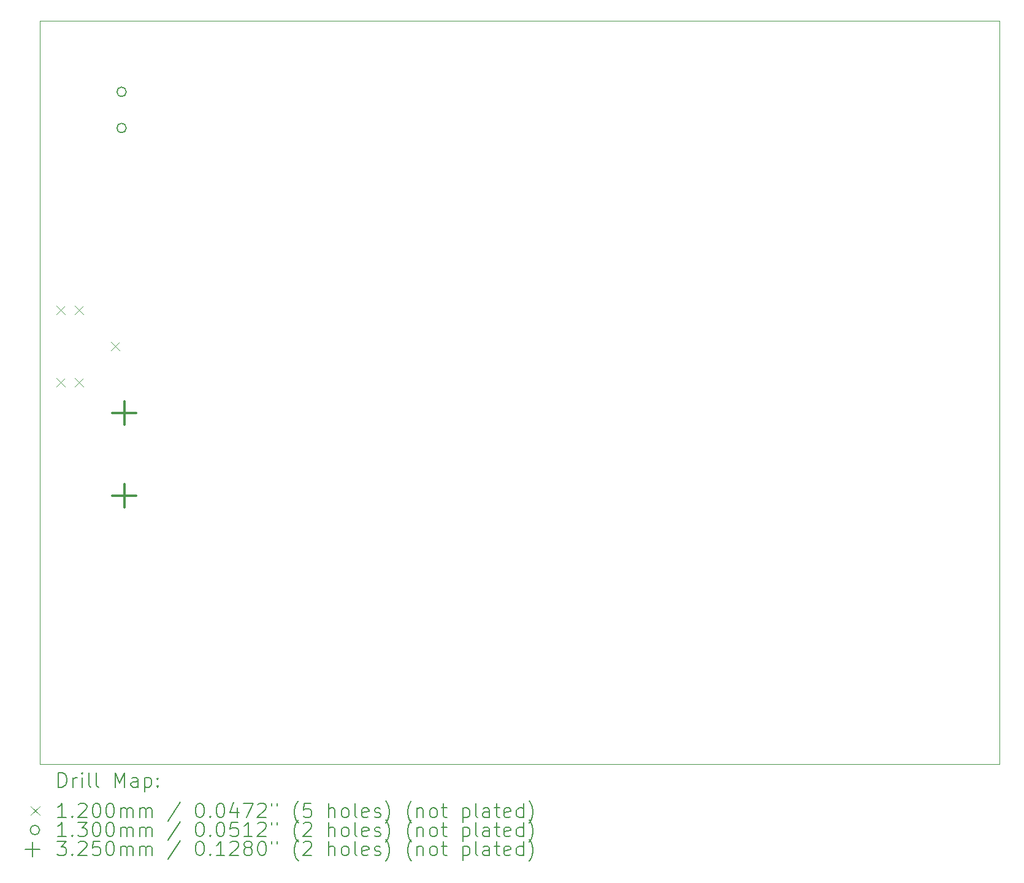
<source format=gbr>
%TF.GenerationSoftware,KiCad,Pcbnew,8.0.8*%
%TF.CreationDate,2025-12-16T16:03:19-05:00*%
%TF.ProjectId,FPGA-BOARD,46504741-2d42-44f4-9152-442e6b696361,rev?*%
%TF.SameCoordinates,Original*%
%TF.FileFunction,Drillmap*%
%TF.FilePolarity,Positive*%
%FSLAX45Y45*%
G04 Gerber Fmt 4.5, Leading zero omitted, Abs format (unit mm)*
G04 Created by KiCad (PCBNEW 8.0.8) date 2025-12-16 16:03:19*
%MOMM*%
%LPD*%
G01*
G04 APERTURE LIST*
%ADD10C,0.050000*%
%ADD11C,0.200000*%
%ADD12C,0.120000*%
%ADD13C,0.130000*%
%ADD14C,0.325000*%
G04 APERTURE END LIST*
D10*
X7260000Y-4735000D02*
X20515000Y-4735000D01*
X20515000Y-15005000D01*
X7260000Y-15005000D01*
X7260000Y-4735000D01*
D11*
D12*
X7490000Y-8665000D02*
X7610000Y-8785000D01*
X7610000Y-8665000D02*
X7490000Y-8785000D01*
X7490000Y-9665000D02*
X7610000Y-9785000D01*
X7610000Y-9665000D02*
X7490000Y-9785000D01*
X7740000Y-8665000D02*
X7860000Y-8785000D01*
X7860000Y-8665000D02*
X7740000Y-8785000D01*
X7740000Y-9665000D02*
X7860000Y-9785000D01*
X7860000Y-9665000D02*
X7740000Y-9785000D01*
X8240000Y-9165000D02*
X8360000Y-9285000D01*
X8360000Y-9165000D02*
X8240000Y-9285000D01*
D13*
X8454000Y-5712000D02*
G75*
G02*
X8324000Y-5712000I-65000J0D01*
G01*
X8324000Y-5712000D02*
G75*
G02*
X8454000Y-5712000I65000J0D01*
G01*
X8454000Y-6212000D02*
G75*
G02*
X8324000Y-6212000I-65000J0D01*
G01*
X8324000Y-6212000D02*
G75*
G02*
X8454000Y-6212000I65000J0D01*
G01*
D14*
X8426000Y-9985000D02*
X8426000Y-10310000D01*
X8263500Y-10147500D02*
X8588500Y-10147500D01*
X8426000Y-11128000D02*
X8426000Y-11453000D01*
X8263500Y-11290500D02*
X8588500Y-11290500D01*
D11*
X7518277Y-15318984D02*
X7518277Y-15118984D01*
X7518277Y-15118984D02*
X7565896Y-15118984D01*
X7565896Y-15118984D02*
X7594467Y-15128508D01*
X7594467Y-15128508D02*
X7613515Y-15147555D01*
X7613515Y-15147555D02*
X7623039Y-15166603D01*
X7623039Y-15166603D02*
X7632562Y-15204698D01*
X7632562Y-15204698D02*
X7632562Y-15233269D01*
X7632562Y-15233269D02*
X7623039Y-15271365D01*
X7623039Y-15271365D02*
X7613515Y-15290412D01*
X7613515Y-15290412D02*
X7594467Y-15309460D01*
X7594467Y-15309460D02*
X7565896Y-15318984D01*
X7565896Y-15318984D02*
X7518277Y-15318984D01*
X7718277Y-15318984D02*
X7718277Y-15185650D01*
X7718277Y-15223746D02*
X7727801Y-15204698D01*
X7727801Y-15204698D02*
X7737324Y-15195174D01*
X7737324Y-15195174D02*
X7756372Y-15185650D01*
X7756372Y-15185650D02*
X7775420Y-15185650D01*
X7842086Y-15318984D02*
X7842086Y-15185650D01*
X7842086Y-15118984D02*
X7832562Y-15128508D01*
X7832562Y-15128508D02*
X7842086Y-15138031D01*
X7842086Y-15138031D02*
X7851610Y-15128508D01*
X7851610Y-15128508D02*
X7842086Y-15118984D01*
X7842086Y-15118984D02*
X7842086Y-15138031D01*
X7965896Y-15318984D02*
X7946848Y-15309460D01*
X7946848Y-15309460D02*
X7937324Y-15290412D01*
X7937324Y-15290412D02*
X7937324Y-15118984D01*
X8070658Y-15318984D02*
X8051610Y-15309460D01*
X8051610Y-15309460D02*
X8042086Y-15290412D01*
X8042086Y-15290412D02*
X8042086Y-15118984D01*
X8299229Y-15318984D02*
X8299229Y-15118984D01*
X8299229Y-15118984D02*
X8365896Y-15261841D01*
X8365896Y-15261841D02*
X8432563Y-15118984D01*
X8432563Y-15118984D02*
X8432563Y-15318984D01*
X8613515Y-15318984D02*
X8613515Y-15214222D01*
X8613515Y-15214222D02*
X8603991Y-15195174D01*
X8603991Y-15195174D02*
X8584944Y-15185650D01*
X8584944Y-15185650D02*
X8546848Y-15185650D01*
X8546848Y-15185650D02*
X8527801Y-15195174D01*
X8613515Y-15309460D02*
X8594467Y-15318984D01*
X8594467Y-15318984D02*
X8546848Y-15318984D01*
X8546848Y-15318984D02*
X8527801Y-15309460D01*
X8527801Y-15309460D02*
X8518277Y-15290412D01*
X8518277Y-15290412D02*
X8518277Y-15271365D01*
X8518277Y-15271365D02*
X8527801Y-15252317D01*
X8527801Y-15252317D02*
X8546848Y-15242793D01*
X8546848Y-15242793D02*
X8594467Y-15242793D01*
X8594467Y-15242793D02*
X8613515Y-15233269D01*
X8708753Y-15185650D02*
X8708753Y-15385650D01*
X8708753Y-15195174D02*
X8727801Y-15185650D01*
X8727801Y-15185650D02*
X8765896Y-15185650D01*
X8765896Y-15185650D02*
X8784944Y-15195174D01*
X8784944Y-15195174D02*
X8794467Y-15204698D01*
X8794467Y-15204698D02*
X8803991Y-15223746D01*
X8803991Y-15223746D02*
X8803991Y-15280888D01*
X8803991Y-15280888D02*
X8794467Y-15299936D01*
X8794467Y-15299936D02*
X8784944Y-15309460D01*
X8784944Y-15309460D02*
X8765896Y-15318984D01*
X8765896Y-15318984D02*
X8727801Y-15318984D01*
X8727801Y-15318984D02*
X8708753Y-15309460D01*
X8889705Y-15299936D02*
X8899229Y-15309460D01*
X8899229Y-15309460D02*
X8889705Y-15318984D01*
X8889705Y-15318984D02*
X8880182Y-15309460D01*
X8880182Y-15309460D02*
X8889705Y-15299936D01*
X8889705Y-15299936D02*
X8889705Y-15318984D01*
X8889705Y-15195174D02*
X8899229Y-15204698D01*
X8899229Y-15204698D02*
X8889705Y-15214222D01*
X8889705Y-15214222D02*
X8880182Y-15204698D01*
X8880182Y-15204698D02*
X8889705Y-15195174D01*
X8889705Y-15195174D02*
X8889705Y-15214222D01*
D12*
X7137500Y-15587500D02*
X7257500Y-15707500D01*
X7257500Y-15587500D02*
X7137500Y-15707500D01*
D11*
X7623039Y-15738984D02*
X7508753Y-15738984D01*
X7565896Y-15738984D02*
X7565896Y-15538984D01*
X7565896Y-15538984D02*
X7546848Y-15567555D01*
X7546848Y-15567555D02*
X7527801Y-15586603D01*
X7527801Y-15586603D02*
X7508753Y-15596127D01*
X7708753Y-15719936D02*
X7718277Y-15729460D01*
X7718277Y-15729460D02*
X7708753Y-15738984D01*
X7708753Y-15738984D02*
X7699229Y-15729460D01*
X7699229Y-15729460D02*
X7708753Y-15719936D01*
X7708753Y-15719936D02*
X7708753Y-15738984D01*
X7794467Y-15558031D02*
X7803991Y-15548508D01*
X7803991Y-15548508D02*
X7823039Y-15538984D01*
X7823039Y-15538984D02*
X7870658Y-15538984D01*
X7870658Y-15538984D02*
X7889705Y-15548508D01*
X7889705Y-15548508D02*
X7899229Y-15558031D01*
X7899229Y-15558031D02*
X7908753Y-15577079D01*
X7908753Y-15577079D02*
X7908753Y-15596127D01*
X7908753Y-15596127D02*
X7899229Y-15624698D01*
X7899229Y-15624698D02*
X7784943Y-15738984D01*
X7784943Y-15738984D02*
X7908753Y-15738984D01*
X8032562Y-15538984D02*
X8051610Y-15538984D01*
X8051610Y-15538984D02*
X8070658Y-15548508D01*
X8070658Y-15548508D02*
X8080182Y-15558031D01*
X8080182Y-15558031D02*
X8089705Y-15577079D01*
X8089705Y-15577079D02*
X8099229Y-15615174D01*
X8099229Y-15615174D02*
X8099229Y-15662793D01*
X8099229Y-15662793D02*
X8089705Y-15700888D01*
X8089705Y-15700888D02*
X8080182Y-15719936D01*
X8080182Y-15719936D02*
X8070658Y-15729460D01*
X8070658Y-15729460D02*
X8051610Y-15738984D01*
X8051610Y-15738984D02*
X8032562Y-15738984D01*
X8032562Y-15738984D02*
X8013515Y-15729460D01*
X8013515Y-15729460D02*
X8003991Y-15719936D01*
X8003991Y-15719936D02*
X7994467Y-15700888D01*
X7994467Y-15700888D02*
X7984943Y-15662793D01*
X7984943Y-15662793D02*
X7984943Y-15615174D01*
X7984943Y-15615174D02*
X7994467Y-15577079D01*
X7994467Y-15577079D02*
X8003991Y-15558031D01*
X8003991Y-15558031D02*
X8013515Y-15548508D01*
X8013515Y-15548508D02*
X8032562Y-15538984D01*
X8223039Y-15538984D02*
X8242086Y-15538984D01*
X8242086Y-15538984D02*
X8261134Y-15548508D01*
X8261134Y-15548508D02*
X8270658Y-15558031D01*
X8270658Y-15558031D02*
X8280182Y-15577079D01*
X8280182Y-15577079D02*
X8289705Y-15615174D01*
X8289705Y-15615174D02*
X8289705Y-15662793D01*
X8289705Y-15662793D02*
X8280182Y-15700888D01*
X8280182Y-15700888D02*
X8270658Y-15719936D01*
X8270658Y-15719936D02*
X8261134Y-15729460D01*
X8261134Y-15729460D02*
X8242086Y-15738984D01*
X8242086Y-15738984D02*
X8223039Y-15738984D01*
X8223039Y-15738984D02*
X8203991Y-15729460D01*
X8203991Y-15729460D02*
X8194467Y-15719936D01*
X8194467Y-15719936D02*
X8184943Y-15700888D01*
X8184943Y-15700888D02*
X8175420Y-15662793D01*
X8175420Y-15662793D02*
X8175420Y-15615174D01*
X8175420Y-15615174D02*
X8184943Y-15577079D01*
X8184943Y-15577079D02*
X8194467Y-15558031D01*
X8194467Y-15558031D02*
X8203991Y-15548508D01*
X8203991Y-15548508D02*
X8223039Y-15538984D01*
X8375420Y-15738984D02*
X8375420Y-15605650D01*
X8375420Y-15624698D02*
X8384943Y-15615174D01*
X8384943Y-15615174D02*
X8403991Y-15605650D01*
X8403991Y-15605650D02*
X8432563Y-15605650D01*
X8432563Y-15605650D02*
X8451610Y-15615174D01*
X8451610Y-15615174D02*
X8461134Y-15634222D01*
X8461134Y-15634222D02*
X8461134Y-15738984D01*
X8461134Y-15634222D02*
X8470658Y-15615174D01*
X8470658Y-15615174D02*
X8489705Y-15605650D01*
X8489705Y-15605650D02*
X8518277Y-15605650D01*
X8518277Y-15605650D02*
X8537325Y-15615174D01*
X8537325Y-15615174D02*
X8546848Y-15634222D01*
X8546848Y-15634222D02*
X8546848Y-15738984D01*
X8642086Y-15738984D02*
X8642086Y-15605650D01*
X8642086Y-15624698D02*
X8651610Y-15615174D01*
X8651610Y-15615174D02*
X8670658Y-15605650D01*
X8670658Y-15605650D02*
X8699229Y-15605650D01*
X8699229Y-15605650D02*
X8718277Y-15615174D01*
X8718277Y-15615174D02*
X8727801Y-15634222D01*
X8727801Y-15634222D02*
X8727801Y-15738984D01*
X8727801Y-15634222D02*
X8737325Y-15615174D01*
X8737325Y-15615174D02*
X8756372Y-15605650D01*
X8756372Y-15605650D02*
X8784944Y-15605650D01*
X8784944Y-15605650D02*
X8803991Y-15615174D01*
X8803991Y-15615174D02*
X8813515Y-15634222D01*
X8813515Y-15634222D02*
X8813515Y-15738984D01*
X9203991Y-15529460D02*
X9032563Y-15786603D01*
X9461134Y-15538984D02*
X9480182Y-15538984D01*
X9480182Y-15538984D02*
X9499229Y-15548508D01*
X9499229Y-15548508D02*
X9508753Y-15558031D01*
X9508753Y-15558031D02*
X9518277Y-15577079D01*
X9518277Y-15577079D02*
X9527801Y-15615174D01*
X9527801Y-15615174D02*
X9527801Y-15662793D01*
X9527801Y-15662793D02*
X9518277Y-15700888D01*
X9518277Y-15700888D02*
X9508753Y-15719936D01*
X9508753Y-15719936D02*
X9499229Y-15729460D01*
X9499229Y-15729460D02*
X9480182Y-15738984D01*
X9480182Y-15738984D02*
X9461134Y-15738984D01*
X9461134Y-15738984D02*
X9442087Y-15729460D01*
X9442087Y-15729460D02*
X9432563Y-15719936D01*
X9432563Y-15719936D02*
X9423039Y-15700888D01*
X9423039Y-15700888D02*
X9413515Y-15662793D01*
X9413515Y-15662793D02*
X9413515Y-15615174D01*
X9413515Y-15615174D02*
X9423039Y-15577079D01*
X9423039Y-15577079D02*
X9432563Y-15558031D01*
X9432563Y-15558031D02*
X9442087Y-15548508D01*
X9442087Y-15548508D02*
X9461134Y-15538984D01*
X9613515Y-15719936D02*
X9623039Y-15729460D01*
X9623039Y-15729460D02*
X9613515Y-15738984D01*
X9613515Y-15738984D02*
X9603991Y-15729460D01*
X9603991Y-15729460D02*
X9613515Y-15719936D01*
X9613515Y-15719936D02*
X9613515Y-15738984D01*
X9746848Y-15538984D02*
X9765896Y-15538984D01*
X9765896Y-15538984D02*
X9784944Y-15548508D01*
X9784944Y-15548508D02*
X9794468Y-15558031D01*
X9794468Y-15558031D02*
X9803991Y-15577079D01*
X9803991Y-15577079D02*
X9813515Y-15615174D01*
X9813515Y-15615174D02*
X9813515Y-15662793D01*
X9813515Y-15662793D02*
X9803991Y-15700888D01*
X9803991Y-15700888D02*
X9794468Y-15719936D01*
X9794468Y-15719936D02*
X9784944Y-15729460D01*
X9784944Y-15729460D02*
X9765896Y-15738984D01*
X9765896Y-15738984D02*
X9746848Y-15738984D01*
X9746848Y-15738984D02*
X9727801Y-15729460D01*
X9727801Y-15729460D02*
X9718277Y-15719936D01*
X9718277Y-15719936D02*
X9708753Y-15700888D01*
X9708753Y-15700888D02*
X9699229Y-15662793D01*
X9699229Y-15662793D02*
X9699229Y-15615174D01*
X9699229Y-15615174D02*
X9708753Y-15577079D01*
X9708753Y-15577079D02*
X9718277Y-15558031D01*
X9718277Y-15558031D02*
X9727801Y-15548508D01*
X9727801Y-15548508D02*
X9746848Y-15538984D01*
X9984944Y-15605650D02*
X9984944Y-15738984D01*
X9937325Y-15529460D02*
X9889706Y-15672317D01*
X9889706Y-15672317D02*
X10013515Y-15672317D01*
X10070658Y-15538984D02*
X10203991Y-15538984D01*
X10203991Y-15538984D02*
X10118277Y-15738984D01*
X10270658Y-15558031D02*
X10280182Y-15548508D01*
X10280182Y-15548508D02*
X10299229Y-15538984D01*
X10299229Y-15538984D02*
X10346849Y-15538984D01*
X10346849Y-15538984D02*
X10365896Y-15548508D01*
X10365896Y-15548508D02*
X10375420Y-15558031D01*
X10375420Y-15558031D02*
X10384944Y-15577079D01*
X10384944Y-15577079D02*
X10384944Y-15596127D01*
X10384944Y-15596127D02*
X10375420Y-15624698D01*
X10375420Y-15624698D02*
X10261134Y-15738984D01*
X10261134Y-15738984D02*
X10384944Y-15738984D01*
X10461134Y-15538984D02*
X10461134Y-15577079D01*
X10537325Y-15538984D02*
X10537325Y-15577079D01*
X10832563Y-15815174D02*
X10823039Y-15805650D01*
X10823039Y-15805650D02*
X10803991Y-15777079D01*
X10803991Y-15777079D02*
X10794468Y-15758031D01*
X10794468Y-15758031D02*
X10784944Y-15729460D01*
X10784944Y-15729460D02*
X10775420Y-15681841D01*
X10775420Y-15681841D02*
X10775420Y-15643746D01*
X10775420Y-15643746D02*
X10784944Y-15596127D01*
X10784944Y-15596127D02*
X10794468Y-15567555D01*
X10794468Y-15567555D02*
X10803991Y-15548508D01*
X10803991Y-15548508D02*
X10823039Y-15519936D01*
X10823039Y-15519936D02*
X10832563Y-15510412D01*
X11003991Y-15538984D02*
X10908753Y-15538984D01*
X10908753Y-15538984D02*
X10899230Y-15634222D01*
X10899230Y-15634222D02*
X10908753Y-15624698D01*
X10908753Y-15624698D02*
X10927801Y-15615174D01*
X10927801Y-15615174D02*
X10975420Y-15615174D01*
X10975420Y-15615174D02*
X10994468Y-15624698D01*
X10994468Y-15624698D02*
X11003991Y-15634222D01*
X11003991Y-15634222D02*
X11013515Y-15653269D01*
X11013515Y-15653269D02*
X11013515Y-15700888D01*
X11013515Y-15700888D02*
X11003991Y-15719936D01*
X11003991Y-15719936D02*
X10994468Y-15729460D01*
X10994468Y-15729460D02*
X10975420Y-15738984D01*
X10975420Y-15738984D02*
X10927801Y-15738984D01*
X10927801Y-15738984D02*
X10908753Y-15729460D01*
X10908753Y-15729460D02*
X10899230Y-15719936D01*
X11251610Y-15738984D02*
X11251610Y-15538984D01*
X11337325Y-15738984D02*
X11337325Y-15634222D01*
X11337325Y-15634222D02*
X11327801Y-15615174D01*
X11327801Y-15615174D02*
X11308753Y-15605650D01*
X11308753Y-15605650D02*
X11280182Y-15605650D01*
X11280182Y-15605650D02*
X11261134Y-15615174D01*
X11261134Y-15615174D02*
X11251610Y-15624698D01*
X11461134Y-15738984D02*
X11442087Y-15729460D01*
X11442087Y-15729460D02*
X11432563Y-15719936D01*
X11432563Y-15719936D02*
X11423039Y-15700888D01*
X11423039Y-15700888D02*
X11423039Y-15643746D01*
X11423039Y-15643746D02*
X11432563Y-15624698D01*
X11432563Y-15624698D02*
X11442087Y-15615174D01*
X11442087Y-15615174D02*
X11461134Y-15605650D01*
X11461134Y-15605650D02*
X11489706Y-15605650D01*
X11489706Y-15605650D02*
X11508753Y-15615174D01*
X11508753Y-15615174D02*
X11518277Y-15624698D01*
X11518277Y-15624698D02*
X11527801Y-15643746D01*
X11527801Y-15643746D02*
X11527801Y-15700888D01*
X11527801Y-15700888D02*
X11518277Y-15719936D01*
X11518277Y-15719936D02*
X11508753Y-15729460D01*
X11508753Y-15729460D02*
X11489706Y-15738984D01*
X11489706Y-15738984D02*
X11461134Y-15738984D01*
X11642087Y-15738984D02*
X11623039Y-15729460D01*
X11623039Y-15729460D02*
X11613515Y-15710412D01*
X11613515Y-15710412D02*
X11613515Y-15538984D01*
X11794468Y-15729460D02*
X11775420Y-15738984D01*
X11775420Y-15738984D02*
X11737325Y-15738984D01*
X11737325Y-15738984D02*
X11718277Y-15729460D01*
X11718277Y-15729460D02*
X11708753Y-15710412D01*
X11708753Y-15710412D02*
X11708753Y-15634222D01*
X11708753Y-15634222D02*
X11718277Y-15615174D01*
X11718277Y-15615174D02*
X11737325Y-15605650D01*
X11737325Y-15605650D02*
X11775420Y-15605650D01*
X11775420Y-15605650D02*
X11794468Y-15615174D01*
X11794468Y-15615174D02*
X11803991Y-15634222D01*
X11803991Y-15634222D02*
X11803991Y-15653269D01*
X11803991Y-15653269D02*
X11708753Y-15672317D01*
X11880182Y-15729460D02*
X11899230Y-15738984D01*
X11899230Y-15738984D02*
X11937325Y-15738984D01*
X11937325Y-15738984D02*
X11956372Y-15729460D01*
X11956372Y-15729460D02*
X11965896Y-15710412D01*
X11965896Y-15710412D02*
X11965896Y-15700888D01*
X11965896Y-15700888D02*
X11956372Y-15681841D01*
X11956372Y-15681841D02*
X11937325Y-15672317D01*
X11937325Y-15672317D02*
X11908753Y-15672317D01*
X11908753Y-15672317D02*
X11889706Y-15662793D01*
X11889706Y-15662793D02*
X11880182Y-15643746D01*
X11880182Y-15643746D02*
X11880182Y-15634222D01*
X11880182Y-15634222D02*
X11889706Y-15615174D01*
X11889706Y-15615174D02*
X11908753Y-15605650D01*
X11908753Y-15605650D02*
X11937325Y-15605650D01*
X11937325Y-15605650D02*
X11956372Y-15615174D01*
X12032563Y-15815174D02*
X12042087Y-15805650D01*
X12042087Y-15805650D02*
X12061134Y-15777079D01*
X12061134Y-15777079D02*
X12070658Y-15758031D01*
X12070658Y-15758031D02*
X12080182Y-15729460D01*
X12080182Y-15729460D02*
X12089706Y-15681841D01*
X12089706Y-15681841D02*
X12089706Y-15643746D01*
X12089706Y-15643746D02*
X12080182Y-15596127D01*
X12080182Y-15596127D02*
X12070658Y-15567555D01*
X12070658Y-15567555D02*
X12061134Y-15548508D01*
X12061134Y-15548508D02*
X12042087Y-15519936D01*
X12042087Y-15519936D02*
X12032563Y-15510412D01*
X12394468Y-15815174D02*
X12384944Y-15805650D01*
X12384944Y-15805650D02*
X12365896Y-15777079D01*
X12365896Y-15777079D02*
X12356372Y-15758031D01*
X12356372Y-15758031D02*
X12346849Y-15729460D01*
X12346849Y-15729460D02*
X12337325Y-15681841D01*
X12337325Y-15681841D02*
X12337325Y-15643746D01*
X12337325Y-15643746D02*
X12346849Y-15596127D01*
X12346849Y-15596127D02*
X12356372Y-15567555D01*
X12356372Y-15567555D02*
X12365896Y-15548508D01*
X12365896Y-15548508D02*
X12384944Y-15519936D01*
X12384944Y-15519936D02*
X12394468Y-15510412D01*
X12470658Y-15605650D02*
X12470658Y-15738984D01*
X12470658Y-15624698D02*
X12480182Y-15615174D01*
X12480182Y-15615174D02*
X12499230Y-15605650D01*
X12499230Y-15605650D02*
X12527801Y-15605650D01*
X12527801Y-15605650D02*
X12546849Y-15615174D01*
X12546849Y-15615174D02*
X12556372Y-15634222D01*
X12556372Y-15634222D02*
X12556372Y-15738984D01*
X12680182Y-15738984D02*
X12661134Y-15729460D01*
X12661134Y-15729460D02*
X12651611Y-15719936D01*
X12651611Y-15719936D02*
X12642087Y-15700888D01*
X12642087Y-15700888D02*
X12642087Y-15643746D01*
X12642087Y-15643746D02*
X12651611Y-15624698D01*
X12651611Y-15624698D02*
X12661134Y-15615174D01*
X12661134Y-15615174D02*
X12680182Y-15605650D01*
X12680182Y-15605650D02*
X12708753Y-15605650D01*
X12708753Y-15605650D02*
X12727801Y-15615174D01*
X12727801Y-15615174D02*
X12737325Y-15624698D01*
X12737325Y-15624698D02*
X12746849Y-15643746D01*
X12746849Y-15643746D02*
X12746849Y-15700888D01*
X12746849Y-15700888D02*
X12737325Y-15719936D01*
X12737325Y-15719936D02*
X12727801Y-15729460D01*
X12727801Y-15729460D02*
X12708753Y-15738984D01*
X12708753Y-15738984D02*
X12680182Y-15738984D01*
X12803992Y-15605650D02*
X12880182Y-15605650D01*
X12832563Y-15538984D02*
X12832563Y-15710412D01*
X12832563Y-15710412D02*
X12842087Y-15729460D01*
X12842087Y-15729460D02*
X12861134Y-15738984D01*
X12861134Y-15738984D02*
X12880182Y-15738984D01*
X13099230Y-15605650D02*
X13099230Y-15805650D01*
X13099230Y-15615174D02*
X13118277Y-15605650D01*
X13118277Y-15605650D02*
X13156373Y-15605650D01*
X13156373Y-15605650D02*
X13175420Y-15615174D01*
X13175420Y-15615174D02*
X13184944Y-15624698D01*
X13184944Y-15624698D02*
X13194468Y-15643746D01*
X13194468Y-15643746D02*
X13194468Y-15700888D01*
X13194468Y-15700888D02*
X13184944Y-15719936D01*
X13184944Y-15719936D02*
X13175420Y-15729460D01*
X13175420Y-15729460D02*
X13156373Y-15738984D01*
X13156373Y-15738984D02*
X13118277Y-15738984D01*
X13118277Y-15738984D02*
X13099230Y-15729460D01*
X13308753Y-15738984D02*
X13289706Y-15729460D01*
X13289706Y-15729460D02*
X13280182Y-15710412D01*
X13280182Y-15710412D02*
X13280182Y-15538984D01*
X13470658Y-15738984D02*
X13470658Y-15634222D01*
X13470658Y-15634222D02*
X13461134Y-15615174D01*
X13461134Y-15615174D02*
X13442087Y-15605650D01*
X13442087Y-15605650D02*
X13403992Y-15605650D01*
X13403992Y-15605650D02*
X13384944Y-15615174D01*
X13470658Y-15729460D02*
X13451611Y-15738984D01*
X13451611Y-15738984D02*
X13403992Y-15738984D01*
X13403992Y-15738984D02*
X13384944Y-15729460D01*
X13384944Y-15729460D02*
X13375420Y-15710412D01*
X13375420Y-15710412D02*
X13375420Y-15691365D01*
X13375420Y-15691365D02*
X13384944Y-15672317D01*
X13384944Y-15672317D02*
X13403992Y-15662793D01*
X13403992Y-15662793D02*
X13451611Y-15662793D01*
X13451611Y-15662793D02*
X13470658Y-15653269D01*
X13537325Y-15605650D02*
X13613515Y-15605650D01*
X13565896Y-15538984D02*
X13565896Y-15710412D01*
X13565896Y-15710412D02*
X13575420Y-15729460D01*
X13575420Y-15729460D02*
X13594468Y-15738984D01*
X13594468Y-15738984D02*
X13613515Y-15738984D01*
X13756373Y-15729460D02*
X13737325Y-15738984D01*
X13737325Y-15738984D02*
X13699230Y-15738984D01*
X13699230Y-15738984D02*
X13680182Y-15729460D01*
X13680182Y-15729460D02*
X13670658Y-15710412D01*
X13670658Y-15710412D02*
X13670658Y-15634222D01*
X13670658Y-15634222D02*
X13680182Y-15615174D01*
X13680182Y-15615174D02*
X13699230Y-15605650D01*
X13699230Y-15605650D02*
X13737325Y-15605650D01*
X13737325Y-15605650D02*
X13756373Y-15615174D01*
X13756373Y-15615174D02*
X13765896Y-15634222D01*
X13765896Y-15634222D02*
X13765896Y-15653269D01*
X13765896Y-15653269D02*
X13670658Y-15672317D01*
X13937325Y-15738984D02*
X13937325Y-15538984D01*
X13937325Y-15729460D02*
X13918277Y-15738984D01*
X13918277Y-15738984D02*
X13880182Y-15738984D01*
X13880182Y-15738984D02*
X13861134Y-15729460D01*
X13861134Y-15729460D02*
X13851611Y-15719936D01*
X13851611Y-15719936D02*
X13842087Y-15700888D01*
X13842087Y-15700888D02*
X13842087Y-15643746D01*
X13842087Y-15643746D02*
X13851611Y-15624698D01*
X13851611Y-15624698D02*
X13861134Y-15615174D01*
X13861134Y-15615174D02*
X13880182Y-15605650D01*
X13880182Y-15605650D02*
X13918277Y-15605650D01*
X13918277Y-15605650D02*
X13937325Y-15615174D01*
X14013515Y-15815174D02*
X14023039Y-15805650D01*
X14023039Y-15805650D02*
X14042087Y-15777079D01*
X14042087Y-15777079D02*
X14051611Y-15758031D01*
X14051611Y-15758031D02*
X14061134Y-15729460D01*
X14061134Y-15729460D02*
X14070658Y-15681841D01*
X14070658Y-15681841D02*
X14070658Y-15643746D01*
X14070658Y-15643746D02*
X14061134Y-15596127D01*
X14061134Y-15596127D02*
X14051611Y-15567555D01*
X14051611Y-15567555D02*
X14042087Y-15548508D01*
X14042087Y-15548508D02*
X14023039Y-15519936D01*
X14023039Y-15519936D02*
X14013515Y-15510412D01*
D13*
X7257500Y-15911500D02*
G75*
G02*
X7127500Y-15911500I-65000J0D01*
G01*
X7127500Y-15911500D02*
G75*
G02*
X7257500Y-15911500I65000J0D01*
G01*
D11*
X7623039Y-16002984D02*
X7508753Y-16002984D01*
X7565896Y-16002984D02*
X7565896Y-15802984D01*
X7565896Y-15802984D02*
X7546848Y-15831555D01*
X7546848Y-15831555D02*
X7527801Y-15850603D01*
X7527801Y-15850603D02*
X7508753Y-15860127D01*
X7708753Y-15983936D02*
X7718277Y-15993460D01*
X7718277Y-15993460D02*
X7708753Y-16002984D01*
X7708753Y-16002984D02*
X7699229Y-15993460D01*
X7699229Y-15993460D02*
X7708753Y-15983936D01*
X7708753Y-15983936D02*
X7708753Y-16002984D01*
X7784943Y-15802984D02*
X7908753Y-15802984D01*
X7908753Y-15802984D02*
X7842086Y-15879174D01*
X7842086Y-15879174D02*
X7870658Y-15879174D01*
X7870658Y-15879174D02*
X7889705Y-15888698D01*
X7889705Y-15888698D02*
X7899229Y-15898222D01*
X7899229Y-15898222D02*
X7908753Y-15917269D01*
X7908753Y-15917269D02*
X7908753Y-15964888D01*
X7908753Y-15964888D02*
X7899229Y-15983936D01*
X7899229Y-15983936D02*
X7889705Y-15993460D01*
X7889705Y-15993460D02*
X7870658Y-16002984D01*
X7870658Y-16002984D02*
X7813515Y-16002984D01*
X7813515Y-16002984D02*
X7794467Y-15993460D01*
X7794467Y-15993460D02*
X7784943Y-15983936D01*
X8032562Y-15802984D02*
X8051610Y-15802984D01*
X8051610Y-15802984D02*
X8070658Y-15812508D01*
X8070658Y-15812508D02*
X8080182Y-15822031D01*
X8080182Y-15822031D02*
X8089705Y-15841079D01*
X8089705Y-15841079D02*
X8099229Y-15879174D01*
X8099229Y-15879174D02*
X8099229Y-15926793D01*
X8099229Y-15926793D02*
X8089705Y-15964888D01*
X8089705Y-15964888D02*
X8080182Y-15983936D01*
X8080182Y-15983936D02*
X8070658Y-15993460D01*
X8070658Y-15993460D02*
X8051610Y-16002984D01*
X8051610Y-16002984D02*
X8032562Y-16002984D01*
X8032562Y-16002984D02*
X8013515Y-15993460D01*
X8013515Y-15993460D02*
X8003991Y-15983936D01*
X8003991Y-15983936D02*
X7994467Y-15964888D01*
X7994467Y-15964888D02*
X7984943Y-15926793D01*
X7984943Y-15926793D02*
X7984943Y-15879174D01*
X7984943Y-15879174D02*
X7994467Y-15841079D01*
X7994467Y-15841079D02*
X8003991Y-15822031D01*
X8003991Y-15822031D02*
X8013515Y-15812508D01*
X8013515Y-15812508D02*
X8032562Y-15802984D01*
X8223039Y-15802984D02*
X8242086Y-15802984D01*
X8242086Y-15802984D02*
X8261134Y-15812508D01*
X8261134Y-15812508D02*
X8270658Y-15822031D01*
X8270658Y-15822031D02*
X8280182Y-15841079D01*
X8280182Y-15841079D02*
X8289705Y-15879174D01*
X8289705Y-15879174D02*
X8289705Y-15926793D01*
X8289705Y-15926793D02*
X8280182Y-15964888D01*
X8280182Y-15964888D02*
X8270658Y-15983936D01*
X8270658Y-15983936D02*
X8261134Y-15993460D01*
X8261134Y-15993460D02*
X8242086Y-16002984D01*
X8242086Y-16002984D02*
X8223039Y-16002984D01*
X8223039Y-16002984D02*
X8203991Y-15993460D01*
X8203991Y-15993460D02*
X8194467Y-15983936D01*
X8194467Y-15983936D02*
X8184943Y-15964888D01*
X8184943Y-15964888D02*
X8175420Y-15926793D01*
X8175420Y-15926793D02*
X8175420Y-15879174D01*
X8175420Y-15879174D02*
X8184943Y-15841079D01*
X8184943Y-15841079D02*
X8194467Y-15822031D01*
X8194467Y-15822031D02*
X8203991Y-15812508D01*
X8203991Y-15812508D02*
X8223039Y-15802984D01*
X8375420Y-16002984D02*
X8375420Y-15869650D01*
X8375420Y-15888698D02*
X8384943Y-15879174D01*
X8384943Y-15879174D02*
X8403991Y-15869650D01*
X8403991Y-15869650D02*
X8432563Y-15869650D01*
X8432563Y-15869650D02*
X8451610Y-15879174D01*
X8451610Y-15879174D02*
X8461134Y-15898222D01*
X8461134Y-15898222D02*
X8461134Y-16002984D01*
X8461134Y-15898222D02*
X8470658Y-15879174D01*
X8470658Y-15879174D02*
X8489705Y-15869650D01*
X8489705Y-15869650D02*
X8518277Y-15869650D01*
X8518277Y-15869650D02*
X8537325Y-15879174D01*
X8537325Y-15879174D02*
X8546848Y-15898222D01*
X8546848Y-15898222D02*
X8546848Y-16002984D01*
X8642086Y-16002984D02*
X8642086Y-15869650D01*
X8642086Y-15888698D02*
X8651610Y-15879174D01*
X8651610Y-15879174D02*
X8670658Y-15869650D01*
X8670658Y-15869650D02*
X8699229Y-15869650D01*
X8699229Y-15869650D02*
X8718277Y-15879174D01*
X8718277Y-15879174D02*
X8727801Y-15898222D01*
X8727801Y-15898222D02*
X8727801Y-16002984D01*
X8727801Y-15898222D02*
X8737325Y-15879174D01*
X8737325Y-15879174D02*
X8756372Y-15869650D01*
X8756372Y-15869650D02*
X8784944Y-15869650D01*
X8784944Y-15869650D02*
X8803991Y-15879174D01*
X8803991Y-15879174D02*
X8813515Y-15898222D01*
X8813515Y-15898222D02*
X8813515Y-16002984D01*
X9203991Y-15793460D02*
X9032563Y-16050603D01*
X9461134Y-15802984D02*
X9480182Y-15802984D01*
X9480182Y-15802984D02*
X9499229Y-15812508D01*
X9499229Y-15812508D02*
X9508753Y-15822031D01*
X9508753Y-15822031D02*
X9518277Y-15841079D01*
X9518277Y-15841079D02*
X9527801Y-15879174D01*
X9527801Y-15879174D02*
X9527801Y-15926793D01*
X9527801Y-15926793D02*
X9518277Y-15964888D01*
X9518277Y-15964888D02*
X9508753Y-15983936D01*
X9508753Y-15983936D02*
X9499229Y-15993460D01*
X9499229Y-15993460D02*
X9480182Y-16002984D01*
X9480182Y-16002984D02*
X9461134Y-16002984D01*
X9461134Y-16002984D02*
X9442087Y-15993460D01*
X9442087Y-15993460D02*
X9432563Y-15983936D01*
X9432563Y-15983936D02*
X9423039Y-15964888D01*
X9423039Y-15964888D02*
X9413515Y-15926793D01*
X9413515Y-15926793D02*
X9413515Y-15879174D01*
X9413515Y-15879174D02*
X9423039Y-15841079D01*
X9423039Y-15841079D02*
X9432563Y-15822031D01*
X9432563Y-15822031D02*
X9442087Y-15812508D01*
X9442087Y-15812508D02*
X9461134Y-15802984D01*
X9613515Y-15983936D02*
X9623039Y-15993460D01*
X9623039Y-15993460D02*
X9613515Y-16002984D01*
X9613515Y-16002984D02*
X9603991Y-15993460D01*
X9603991Y-15993460D02*
X9613515Y-15983936D01*
X9613515Y-15983936D02*
X9613515Y-16002984D01*
X9746848Y-15802984D02*
X9765896Y-15802984D01*
X9765896Y-15802984D02*
X9784944Y-15812508D01*
X9784944Y-15812508D02*
X9794468Y-15822031D01*
X9794468Y-15822031D02*
X9803991Y-15841079D01*
X9803991Y-15841079D02*
X9813515Y-15879174D01*
X9813515Y-15879174D02*
X9813515Y-15926793D01*
X9813515Y-15926793D02*
X9803991Y-15964888D01*
X9803991Y-15964888D02*
X9794468Y-15983936D01*
X9794468Y-15983936D02*
X9784944Y-15993460D01*
X9784944Y-15993460D02*
X9765896Y-16002984D01*
X9765896Y-16002984D02*
X9746848Y-16002984D01*
X9746848Y-16002984D02*
X9727801Y-15993460D01*
X9727801Y-15993460D02*
X9718277Y-15983936D01*
X9718277Y-15983936D02*
X9708753Y-15964888D01*
X9708753Y-15964888D02*
X9699229Y-15926793D01*
X9699229Y-15926793D02*
X9699229Y-15879174D01*
X9699229Y-15879174D02*
X9708753Y-15841079D01*
X9708753Y-15841079D02*
X9718277Y-15822031D01*
X9718277Y-15822031D02*
X9727801Y-15812508D01*
X9727801Y-15812508D02*
X9746848Y-15802984D01*
X9994468Y-15802984D02*
X9899229Y-15802984D01*
X9899229Y-15802984D02*
X9889706Y-15898222D01*
X9889706Y-15898222D02*
X9899229Y-15888698D01*
X9899229Y-15888698D02*
X9918277Y-15879174D01*
X9918277Y-15879174D02*
X9965896Y-15879174D01*
X9965896Y-15879174D02*
X9984944Y-15888698D01*
X9984944Y-15888698D02*
X9994468Y-15898222D01*
X9994468Y-15898222D02*
X10003991Y-15917269D01*
X10003991Y-15917269D02*
X10003991Y-15964888D01*
X10003991Y-15964888D02*
X9994468Y-15983936D01*
X9994468Y-15983936D02*
X9984944Y-15993460D01*
X9984944Y-15993460D02*
X9965896Y-16002984D01*
X9965896Y-16002984D02*
X9918277Y-16002984D01*
X9918277Y-16002984D02*
X9899229Y-15993460D01*
X9899229Y-15993460D02*
X9889706Y-15983936D01*
X10194468Y-16002984D02*
X10080182Y-16002984D01*
X10137325Y-16002984D02*
X10137325Y-15802984D01*
X10137325Y-15802984D02*
X10118277Y-15831555D01*
X10118277Y-15831555D02*
X10099229Y-15850603D01*
X10099229Y-15850603D02*
X10080182Y-15860127D01*
X10270658Y-15822031D02*
X10280182Y-15812508D01*
X10280182Y-15812508D02*
X10299229Y-15802984D01*
X10299229Y-15802984D02*
X10346849Y-15802984D01*
X10346849Y-15802984D02*
X10365896Y-15812508D01*
X10365896Y-15812508D02*
X10375420Y-15822031D01*
X10375420Y-15822031D02*
X10384944Y-15841079D01*
X10384944Y-15841079D02*
X10384944Y-15860127D01*
X10384944Y-15860127D02*
X10375420Y-15888698D01*
X10375420Y-15888698D02*
X10261134Y-16002984D01*
X10261134Y-16002984D02*
X10384944Y-16002984D01*
X10461134Y-15802984D02*
X10461134Y-15841079D01*
X10537325Y-15802984D02*
X10537325Y-15841079D01*
X10832563Y-16079174D02*
X10823039Y-16069650D01*
X10823039Y-16069650D02*
X10803991Y-16041079D01*
X10803991Y-16041079D02*
X10794468Y-16022031D01*
X10794468Y-16022031D02*
X10784944Y-15993460D01*
X10784944Y-15993460D02*
X10775420Y-15945841D01*
X10775420Y-15945841D02*
X10775420Y-15907746D01*
X10775420Y-15907746D02*
X10784944Y-15860127D01*
X10784944Y-15860127D02*
X10794468Y-15831555D01*
X10794468Y-15831555D02*
X10803991Y-15812508D01*
X10803991Y-15812508D02*
X10823039Y-15783936D01*
X10823039Y-15783936D02*
X10832563Y-15774412D01*
X10899230Y-15822031D02*
X10908753Y-15812508D01*
X10908753Y-15812508D02*
X10927801Y-15802984D01*
X10927801Y-15802984D02*
X10975420Y-15802984D01*
X10975420Y-15802984D02*
X10994468Y-15812508D01*
X10994468Y-15812508D02*
X11003991Y-15822031D01*
X11003991Y-15822031D02*
X11013515Y-15841079D01*
X11013515Y-15841079D02*
X11013515Y-15860127D01*
X11013515Y-15860127D02*
X11003991Y-15888698D01*
X11003991Y-15888698D02*
X10889706Y-16002984D01*
X10889706Y-16002984D02*
X11013515Y-16002984D01*
X11251610Y-16002984D02*
X11251610Y-15802984D01*
X11337325Y-16002984D02*
X11337325Y-15898222D01*
X11337325Y-15898222D02*
X11327801Y-15879174D01*
X11327801Y-15879174D02*
X11308753Y-15869650D01*
X11308753Y-15869650D02*
X11280182Y-15869650D01*
X11280182Y-15869650D02*
X11261134Y-15879174D01*
X11261134Y-15879174D02*
X11251610Y-15888698D01*
X11461134Y-16002984D02*
X11442087Y-15993460D01*
X11442087Y-15993460D02*
X11432563Y-15983936D01*
X11432563Y-15983936D02*
X11423039Y-15964888D01*
X11423039Y-15964888D02*
X11423039Y-15907746D01*
X11423039Y-15907746D02*
X11432563Y-15888698D01*
X11432563Y-15888698D02*
X11442087Y-15879174D01*
X11442087Y-15879174D02*
X11461134Y-15869650D01*
X11461134Y-15869650D02*
X11489706Y-15869650D01*
X11489706Y-15869650D02*
X11508753Y-15879174D01*
X11508753Y-15879174D02*
X11518277Y-15888698D01*
X11518277Y-15888698D02*
X11527801Y-15907746D01*
X11527801Y-15907746D02*
X11527801Y-15964888D01*
X11527801Y-15964888D02*
X11518277Y-15983936D01*
X11518277Y-15983936D02*
X11508753Y-15993460D01*
X11508753Y-15993460D02*
X11489706Y-16002984D01*
X11489706Y-16002984D02*
X11461134Y-16002984D01*
X11642087Y-16002984D02*
X11623039Y-15993460D01*
X11623039Y-15993460D02*
X11613515Y-15974412D01*
X11613515Y-15974412D02*
X11613515Y-15802984D01*
X11794468Y-15993460D02*
X11775420Y-16002984D01*
X11775420Y-16002984D02*
X11737325Y-16002984D01*
X11737325Y-16002984D02*
X11718277Y-15993460D01*
X11718277Y-15993460D02*
X11708753Y-15974412D01*
X11708753Y-15974412D02*
X11708753Y-15898222D01*
X11708753Y-15898222D02*
X11718277Y-15879174D01*
X11718277Y-15879174D02*
X11737325Y-15869650D01*
X11737325Y-15869650D02*
X11775420Y-15869650D01*
X11775420Y-15869650D02*
X11794468Y-15879174D01*
X11794468Y-15879174D02*
X11803991Y-15898222D01*
X11803991Y-15898222D02*
X11803991Y-15917269D01*
X11803991Y-15917269D02*
X11708753Y-15936317D01*
X11880182Y-15993460D02*
X11899230Y-16002984D01*
X11899230Y-16002984D02*
X11937325Y-16002984D01*
X11937325Y-16002984D02*
X11956372Y-15993460D01*
X11956372Y-15993460D02*
X11965896Y-15974412D01*
X11965896Y-15974412D02*
X11965896Y-15964888D01*
X11965896Y-15964888D02*
X11956372Y-15945841D01*
X11956372Y-15945841D02*
X11937325Y-15936317D01*
X11937325Y-15936317D02*
X11908753Y-15936317D01*
X11908753Y-15936317D02*
X11889706Y-15926793D01*
X11889706Y-15926793D02*
X11880182Y-15907746D01*
X11880182Y-15907746D02*
X11880182Y-15898222D01*
X11880182Y-15898222D02*
X11889706Y-15879174D01*
X11889706Y-15879174D02*
X11908753Y-15869650D01*
X11908753Y-15869650D02*
X11937325Y-15869650D01*
X11937325Y-15869650D02*
X11956372Y-15879174D01*
X12032563Y-16079174D02*
X12042087Y-16069650D01*
X12042087Y-16069650D02*
X12061134Y-16041079D01*
X12061134Y-16041079D02*
X12070658Y-16022031D01*
X12070658Y-16022031D02*
X12080182Y-15993460D01*
X12080182Y-15993460D02*
X12089706Y-15945841D01*
X12089706Y-15945841D02*
X12089706Y-15907746D01*
X12089706Y-15907746D02*
X12080182Y-15860127D01*
X12080182Y-15860127D02*
X12070658Y-15831555D01*
X12070658Y-15831555D02*
X12061134Y-15812508D01*
X12061134Y-15812508D02*
X12042087Y-15783936D01*
X12042087Y-15783936D02*
X12032563Y-15774412D01*
X12394468Y-16079174D02*
X12384944Y-16069650D01*
X12384944Y-16069650D02*
X12365896Y-16041079D01*
X12365896Y-16041079D02*
X12356372Y-16022031D01*
X12356372Y-16022031D02*
X12346849Y-15993460D01*
X12346849Y-15993460D02*
X12337325Y-15945841D01*
X12337325Y-15945841D02*
X12337325Y-15907746D01*
X12337325Y-15907746D02*
X12346849Y-15860127D01*
X12346849Y-15860127D02*
X12356372Y-15831555D01*
X12356372Y-15831555D02*
X12365896Y-15812508D01*
X12365896Y-15812508D02*
X12384944Y-15783936D01*
X12384944Y-15783936D02*
X12394468Y-15774412D01*
X12470658Y-15869650D02*
X12470658Y-16002984D01*
X12470658Y-15888698D02*
X12480182Y-15879174D01*
X12480182Y-15879174D02*
X12499230Y-15869650D01*
X12499230Y-15869650D02*
X12527801Y-15869650D01*
X12527801Y-15869650D02*
X12546849Y-15879174D01*
X12546849Y-15879174D02*
X12556372Y-15898222D01*
X12556372Y-15898222D02*
X12556372Y-16002984D01*
X12680182Y-16002984D02*
X12661134Y-15993460D01*
X12661134Y-15993460D02*
X12651611Y-15983936D01*
X12651611Y-15983936D02*
X12642087Y-15964888D01*
X12642087Y-15964888D02*
X12642087Y-15907746D01*
X12642087Y-15907746D02*
X12651611Y-15888698D01*
X12651611Y-15888698D02*
X12661134Y-15879174D01*
X12661134Y-15879174D02*
X12680182Y-15869650D01*
X12680182Y-15869650D02*
X12708753Y-15869650D01*
X12708753Y-15869650D02*
X12727801Y-15879174D01*
X12727801Y-15879174D02*
X12737325Y-15888698D01*
X12737325Y-15888698D02*
X12746849Y-15907746D01*
X12746849Y-15907746D02*
X12746849Y-15964888D01*
X12746849Y-15964888D02*
X12737325Y-15983936D01*
X12737325Y-15983936D02*
X12727801Y-15993460D01*
X12727801Y-15993460D02*
X12708753Y-16002984D01*
X12708753Y-16002984D02*
X12680182Y-16002984D01*
X12803992Y-15869650D02*
X12880182Y-15869650D01*
X12832563Y-15802984D02*
X12832563Y-15974412D01*
X12832563Y-15974412D02*
X12842087Y-15993460D01*
X12842087Y-15993460D02*
X12861134Y-16002984D01*
X12861134Y-16002984D02*
X12880182Y-16002984D01*
X13099230Y-15869650D02*
X13099230Y-16069650D01*
X13099230Y-15879174D02*
X13118277Y-15869650D01*
X13118277Y-15869650D02*
X13156373Y-15869650D01*
X13156373Y-15869650D02*
X13175420Y-15879174D01*
X13175420Y-15879174D02*
X13184944Y-15888698D01*
X13184944Y-15888698D02*
X13194468Y-15907746D01*
X13194468Y-15907746D02*
X13194468Y-15964888D01*
X13194468Y-15964888D02*
X13184944Y-15983936D01*
X13184944Y-15983936D02*
X13175420Y-15993460D01*
X13175420Y-15993460D02*
X13156373Y-16002984D01*
X13156373Y-16002984D02*
X13118277Y-16002984D01*
X13118277Y-16002984D02*
X13099230Y-15993460D01*
X13308753Y-16002984D02*
X13289706Y-15993460D01*
X13289706Y-15993460D02*
X13280182Y-15974412D01*
X13280182Y-15974412D02*
X13280182Y-15802984D01*
X13470658Y-16002984D02*
X13470658Y-15898222D01*
X13470658Y-15898222D02*
X13461134Y-15879174D01*
X13461134Y-15879174D02*
X13442087Y-15869650D01*
X13442087Y-15869650D02*
X13403992Y-15869650D01*
X13403992Y-15869650D02*
X13384944Y-15879174D01*
X13470658Y-15993460D02*
X13451611Y-16002984D01*
X13451611Y-16002984D02*
X13403992Y-16002984D01*
X13403992Y-16002984D02*
X13384944Y-15993460D01*
X13384944Y-15993460D02*
X13375420Y-15974412D01*
X13375420Y-15974412D02*
X13375420Y-15955365D01*
X13375420Y-15955365D02*
X13384944Y-15936317D01*
X13384944Y-15936317D02*
X13403992Y-15926793D01*
X13403992Y-15926793D02*
X13451611Y-15926793D01*
X13451611Y-15926793D02*
X13470658Y-15917269D01*
X13537325Y-15869650D02*
X13613515Y-15869650D01*
X13565896Y-15802984D02*
X13565896Y-15974412D01*
X13565896Y-15974412D02*
X13575420Y-15993460D01*
X13575420Y-15993460D02*
X13594468Y-16002984D01*
X13594468Y-16002984D02*
X13613515Y-16002984D01*
X13756373Y-15993460D02*
X13737325Y-16002984D01*
X13737325Y-16002984D02*
X13699230Y-16002984D01*
X13699230Y-16002984D02*
X13680182Y-15993460D01*
X13680182Y-15993460D02*
X13670658Y-15974412D01*
X13670658Y-15974412D02*
X13670658Y-15898222D01*
X13670658Y-15898222D02*
X13680182Y-15879174D01*
X13680182Y-15879174D02*
X13699230Y-15869650D01*
X13699230Y-15869650D02*
X13737325Y-15869650D01*
X13737325Y-15869650D02*
X13756373Y-15879174D01*
X13756373Y-15879174D02*
X13765896Y-15898222D01*
X13765896Y-15898222D02*
X13765896Y-15917269D01*
X13765896Y-15917269D02*
X13670658Y-15936317D01*
X13937325Y-16002984D02*
X13937325Y-15802984D01*
X13937325Y-15993460D02*
X13918277Y-16002984D01*
X13918277Y-16002984D02*
X13880182Y-16002984D01*
X13880182Y-16002984D02*
X13861134Y-15993460D01*
X13861134Y-15993460D02*
X13851611Y-15983936D01*
X13851611Y-15983936D02*
X13842087Y-15964888D01*
X13842087Y-15964888D02*
X13842087Y-15907746D01*
X13842087Y-15907746D02*
X13851611Y-15888698D01*
X13851611Y-15888698D02*
X13861134Y-15879174D01*
X13861134Y-15879174D02*
X13880182Y-15869650D01*
X13880182Y-15869650D02*
X13918277Y-15869650D01*
X13918277Y-15869650D02*
X13937325Y-15879174D01*
X14013515Y-16079174D02*
X14023039Y-16069650D01*
X14023039Y-16069650D02*
X14042087Y-16041079D01*
X14042087Y-16041079D02*
X14051611Y-16022031D01*
X14051611Y-16022031D02*
X14061134Y-15993460D01*
X14061134Y-15993460D02*
X14070658Y-15945841D01*
X14070658Y-15945841D02*
X14070658Y-15907746D01*
X14070658Y-15907746D02*
X14061134Y-15860127D01*
X14061134Y-15860127D02*
X14051611Y-15831555D01*
X14051611Y-15831555D02*
X14042087Y-15812508D01*
X14042087Y-15812508D02*
X14023039Y-15783936D01*
X14023039Y-15783936D02*
X14013515Y-15774412D01*
X7157500Y-16075500D02*
X7157500Y-16275500D01*
X7057500Y-16175500D02*
X7257500Y-16175500D01*
X7499229Y-16066984D02*
X7623039Y-16066984D01*
X7623039Y-16066984D02*
X7556372Y-16143174D01*
X7556372Y-16143174D02*
X7584943Y-16143174D01*
X7584943Y-16143174D02*
X7603991Y-16152698D01*
X7603991Y-16152698D02*
X7613515Y-16162222D01*
X7613515Y-16162222D02*
X7623039Y-16181269D01*
X7623039Y-16181269D02*
X7623039Y-16228888D01*
X7623039Y-16228888D02*
X7613515Y-16247936D01*
X7613515Y-16247936D02*
X7603991Y-16257460D01*
X7603991Y-16257460D02*
X7584943Y-16266984D01*
X7584943Y-16266984D02*
X7527801Y-16266984D01*
X7527801Y-16266984D02*
X7508753Y-16257460D01*
X7508753Y-16257460D02*
X7499229Y-16247936D01*
X7708753Y-16247936D02*
X7718277Y-16257460D01*
X7718277Y-16257460D02*
X7708753Y-16266984D01*
X7708753Y-16266984D02*
X7699229Y-16257460D01*
X7699229Y-16257460D02*
X7708753Y-16247936D01*
X7708753Y-16247936D02*
X7708753Y-16266984D01*
X7794467Y-16086031D02*
X7803991Y-16076508D01*
X7803991Y-16076508D02*
X7823039Y-16066984D01*
X7823039Y-16066984D02*
X7870658Y-16066984D01*
X7870658Y-16066984D02*
X7889705Y-16076508D01*
X7889705Y-16076508D02*
X7899229Y-16086031D01*
X7899229Y-16086031D02*
X7908753Y-16105079D01*
X7908753Y-16105079D02*
X7908753Y-16124127D01*
X7908753Y-16124127D02*
X7899229Y-16152698D01*
X7899229Y-16152698D02*
X7784943Y-16266984D01*
X7784943Y-16266984D02*
X7908753Y-16266984D01*
X8089705Y-16066984D02*
X7994467Y-16066984D01*
X7994467Y-16066984D02*
X7984943Y-16162222D01*
X7984943Y-16162222D02*
X7994467Y-16152698D01*
X7994467Y-16152698D02*
X8013515Y-16143174D01*
X8013515Y-16143174D02*
X8061134Y-16143174D01*
X8061134Y-16143174D02*
X8080182Y-16152698D01*
X8080182Y-16152698D02*
X8089705Y-16162222D01*
X8089705Y-16162222D02*
X8099229Y-16181269D01*
X8099229Y-16181269D02*
X8099229Y-16228888D01*
X8099229Y-16228888D02*
X8089705Y-16247936D01*
X8089705Y-16247936D02*
X8080182Y-16257460D01*
X8080182Y-16257460D02*
X8061134Y-16266984D01*
X8061134Y-16266984D02*
X8013515Y-16266984D01*
X8013515Y-16266984D02*
X7994467Y-16257460D01*
X7994467Y-16257460D02*
X7984943Y-16247936D01*
X8223039Y-16066984D02*
X8242086Y-16066984D01*
X8242086Y-16066984D02*
X8261134Y-16076508D01*
X8261134Y-16076508D02*
X8270658Y-16086031D01*
X8270658Y-16086031D02*
X8280182Y-16105079D01*
X8280182Y-16105079D02*
X8289705Y-16143174D01*
X8289705Y-16143174D02*
X8289705Y-16190793D01*
X8289705Y-16190793D02*
X8280182Y-16228888D01*
X8280182Y-16228888D02*
X8270658Y-16247936D01*
X8270658Y-16247936D02*
X8261134Y-16257460D01*
X8261134Y-16257460D02*
X8242086Y-16266984D01*
X8242086Y-16266984D02*
X8223039Y-16266984D01*
X8223039Y-16266984D02*
X8203991Y-16257460D01*
X8203991Y-16257460D02*
X8194467Y-16247936D01*
X8194467Y-16247936D02*
X8184943Y-16228888D01*
X8184943Y-16228888D02*
X8175420Y-16190793D01*
X8175420Y-16190793D02*
X8175420Y-16143174D01*
X8175420Y-16143174D02*
X8184943Y-16105079D01*
X8184943Y-16105079D02*
X8194467Y-16086031D01*
X8194467Y-16086031D02*
X8203991Y-16076508D01*
X8203991Y-16076508D02*
X8223039Y-16066984D01*
X8375420Y-16266984D02*
X8375420Y-16133650D01*
X8375420Y-16152698D02*
X8384943Y-16143174D01*
X8384943Y-16143174D02*
X8403991Y-16133650D01*
X8403991Y-16133650D02*
X8432563Y-16133650D01*
X8432563Y-16133650D02*
X8451610Y-16143174D01*
X8451610Y-16143174D02*
X8461134Y-16162222D01*
X8461134Y-16162222D02*
X8461134Y-16266984D01*
X8461134Y-16162222D02*
X8470658Y-16143174D01*
X8470658Y-16143174D02*
X8489705Y-16133650D01*
X8489705Y-16133650D02*
X8518277Y-16133650D01*
X8518277Y-16133650D02*
X8537325Y-16143174D01*
X8537325Y-16143174D02*
X8546848Y-16162222D01*
X8546848Y-16162222D02*
X8546848Y-16266984D01*
X8642086Y-16266984D02*
X8642086Y-16133650D01*
X8642086Y-16152698D02*
X8651610Y-16143174D01*
X8651610Y-16143174D02*
X8670658Y-16133650D01*
X8670658Y-16133650D02*
X8699229Y-16133650D01*
X8699229Y-16133650D02*
X8718277Y-16143174D01*
X8718277Y-16143174D02*
X8727801Y-16162222D01*
X8727801Y-16162222D02*
X8727801Y-16266984D01*
X8727801Y-16162222D02*
X8737325Y-16143174D01*
X8737325Y-16143174D02*
X8756372Y-16133650D01*
X8756372Y-16133650D02*
X8784944Y-16133650D01*
X8784944Y-16133650D02*
X8803991Y-16143174D01*
X8803991Y-16143174D02*
X8813515Y-16162222D01*
X8813515Y-16162222D02*
X8813515Y-16266984D01*
X9203991Y-16057460D02*
X9032563Y-16314603D01*
X9461134Y-16066984D02*
X9480182Y-16066984D01*
X9480182Y-16066984D02*
X9499229Y-16076508D01*
X9499229Y-16076508D02*
X9508753Y-16086031D01*
X9508753Y-16086031D02*
X9518277Y-16105079D01*
X9518277Y-16105079D02*
X9527801Y-16143174D01*
X9527801Y-16143174D02*
X9527801Y-16190793D01*
X9527801Y-16190793D02*
X9518277Y-16228888D01*
X9518277Y-16228888D02*
X9508753Y-16247936D01*
X9508753Y-16247936D02*
X9499229Y-16257460D01*
X9499229Y-16257460D02*
X9480182Y-16266984D01*
X9480182Y-16266984D02*
X9461134Y-16266984D01*
X9461134Y-16266984D02*
X9442087Y-16257460D01*
X9442087Y-16257460D02*
X9432563Y-16247936D01*
X9432563Y-16247936D02*
X9423039Y-16228888D01*
X9423039Y-16228888D02*
X9413515Y-16190793D01*
X9413515Y-16190793D02*
X9413515Y-16143174D01*
X9413515Y-16143174D02*
X9423039Y-16105079D01*
X9423039Y-16105079D02*
X9432563Y-16086031D01*
X9432563Y-16086031D02*
X9442087Y-16076508D01*
X9442087Y-16076508D02*
X9461134Y-16066984D01*
X9613515Y-16247936D02*
X9623039Y-16257460D01*
X9623039Y-16257460D02*
X9613515Y-16266984D01*
X9613515Y-16266984D02*
X9603991Y-16257460D01*
X9603991Y-16257460D02*
X9613515Y-16247936D01*
X9613515Y-16247936D02*
X9613515Y-16266984D01*
X9813515Y-16266984D02*
X9699229Y-16266984D01*
X9756372Y-16266984D02*
X9756372Y-16066984D01*
X9756372Y-16066984D02*
X9737325Y-16095555D01*
X9737325Y-16095555D02*
X9718277Y-16114603D01*
X9718277Y-16114603D02*
X9699229Y-16124127D01*
X9889706Y-16086031D02*
X9899229Y-16076508D01*
X9899229Y-16076508D02*
X9918277Y-16066984D01*
X9918277Y-16066984D02*
X9965896Y-16066984D01*
X9965896Y-16066984D02*
X9984944Y-16076508D01*
X9984944Y-16076508D02*
X9994468Y-16086031D01*
X9994468Y-16086031D02*
X10003991Y-16105079D01*
X10003991Y-16105079D02*
X10003991Y-16124127D01*
X10003991Y-16124127D02*
X9994468Y-16152698D01*
X9994468Y-16152698D02*
X9880182Y-16266984D01*
X9880182Y-16266984D02*
X10003991Y-16266984D01*
X10118277Y-16152698D02*
X10099229Y-16143174D01*
X10099229Y-16143174D02*
X10089706Y-16133650D01*
X10089706Y-16133650D02*
X10080182Y-16114603D01*
X10080182Y-16114603D02*
X10080182Y-16105079D01*
X10080182Y-16105079D02*
X10089706Y-16086031D01*
X10089706Y-16086031D02*
X10099229Y-16076508D01*
X10099229Y-16076508D02*
X10118277Y-16066984D01*
X10118277Y-16066984D02*
X10156372Y-16066984D01*
X10156372Y-16066984D02*
X10175420Y-16076508D01*
X10175420Y-16076508D02*
X10184944Y-16086031D01*
X10184944Y-16086031D02*
X10194468Y-16105079D01*
X10194468Y-16105079D02*
X10194468Y-16114603D01*
X10194468Y-16114603D02*
X10184944Y-16133650D01*
X10184944Y-16133650D02*
X10175420Y-16143174D01*
X10175420Y-16143174D02*
X10156372Y-16152698D01*
X10156372Y-16152698D02*
X10118277Y-16152698D01*
X10118277Y-16152698D02*
X10099229Y-16162222D01*
X10099229Y-16162222D02*
X10089706Y-16171746D01*
X10089706Y-16171746D02*
X10080182Y-16190793D01*
X10080182Y-16190793D02*
X10080182Y-16228888D01*
X10080182Y-16228888D02*
X10089706Y-16247936D01*
X10089706Y-16247936D02*
X10099229Y-16257460D01*
X10099229Y-16257460D02*
X10118277Y-16266984D01*
X10118277Y-16266984D02*
X10156372Y-16266984D01*
X10156372Y-16266984D02*
X10175420Y-16257460D01*
X10175420Y-16257460D02*
X10184944Y-16247936D01*
X10184944Y-16247936D02*
X10194468Y-16228888D01*
X10194468Y-16228888D02*
X10194468Y-16190793D01*
X10194468Y-16190793D02*
X10184944Y-16171746D01*
X10184944Y-16171746D02*
X10175420Y-16162222D01*
X10175420Y-16162222D02*
X10156372Y-16152698D01*
X10318277Y-16066984D02*
X10337325Y-16066984D01*
X10337325Y-16066984D02*
X10356372Y-16076508D01*
X10356372Y-16076508D02*
X10365896Y-16086031D01*
X10365896Y-16086031D02*
X10375420Y-16105079D01*
X10375420Y-16105079D02*
X10384944Y-16143174D01*
X10384944Y-16143174D02*
X10384944Y-16190793D01*
X10384944Y-16190793D02*
X10375420Y-16228888D01*
X10375420Y-16228888D02*
X10365896Y-16247936D01*
X10365896Y-16247936D02*
X10356372Y-16257460D01*
X10356372Y-16257460D02*
X10337325Y-16266984D01*
X10337325Y-16266984D02*
X10318277Y-16266984D01*
X10318277Y-16266984D02*
X10299229Y-16257460D01*
X10299229Y-16257460D02*
X10289706Y-16247936D01*
X10289706Y-16247936D02*
X10280182Y-16228888D01*
X10280182Y-16228888D02*
X10270658Y-16190793D01*
X10270658Y-16190793D02*
X10270658Y-16143174D01*
X10270658Y-16143174D02*
X10280182Y-16105079D01*
X10280182Y-16105079D02*
X10289706Y-16086031D01*
X10289706Y-16086031D02*
X10299229Y-16076508D01*
X10299229Y-16076508D02*
X10318277Y-16066984D01*
X10461134Y-16066984D02*
X10461134Y-16105079D01*
X10537325Y-16066984D02*
X10537325Y-16105079D01*
X10832563Y-16343174D02*
X10823039Y-16333650D01*
X10823039Y-16333650D02*
X10803991Y-16305079D01*
X10803991Y-16305079D02*
X10794468Y-16286031D01*
X10794468Y-16286031D02*
X10784944Y-16257460D01*
X10784944Y-16257460D02*
X10775420Y-16209841D01*
X10775420Y-16209841D02*
X10775420Y-16171746D01*
X10775420Y-16171746D02*
X10784944Y-16124127D01*
X10784944Y-16124127D02*
X10794468Y-16095555D01*
X10794468Y-16095555D02*
X10803991Y-16076508D01*
X10803991Y-16076508D02*
X10823039Y-16047936D01*
X10823039Y-16047936D02*
X10832563Y-16038412D01*
X10899230Y-16086031D02*
X10908753Y-16076508D01*
X10908753Y-16076508D02*
X10927801Y-16066984D01*
X10927801Y-16066984D02*
X10975420Y-16066984D01*
X10975420Y-16066984D02*
X10994468Y-16076508D01*
X10994468Y-16076508D02*
X11003991Y-16086031D01*
X11003991Y-16086031D02*
X11013515Y-16105079D01*
X11013515Y-16105079D02*
X11013515Y-16124127D01*
X11013515Y-16124127D02*
X11003991Y-16152698D01*
X11003991Y-16152698D02*
X10889706Y-16266984D01*
X10889706Y-16266984D02*
X11013515Y-16266984D01*
X11251610Y-16266984D02*
X11251610Y-16066984D01*
X11337325Y-16266984D02*
X11337325Y-16162222D01*
X11337325Y-16162222D02*
X11327801Y-16143174D01*
X11327801Y-16143174D02*
X11308753Y-16133650D01*
X11308753Y-16133650D02*
X11280182Y-16133650D01*
X11280182Y-16133650D02*
X11261134Y-16143174D01*
X11261134Y-16143174D02*
X11251610Y-16152698D01*
X11461134Y-16266984D02*
X11442087Y-16257460D01*
X11442087Y-16257460D02*
X11432563Y-16247936D01*
X11432563Y-16247936D02*
X11423039Y-16228888D01*
X11423039Y-16228888D02*
X11423039Y-16171746D01*
X11423039Y-16171746D02*
X11432563Y-16152698D01*
X11432563Y-16152698D02*
X11442087Y-16143174D01*
X11442087Y-16143174D02*
X11461134Y-16133650D01*
X11461134Y-16133650D02*
X11489706Y-16133650D01*
X11489706Y-16133650D02*
X11508753Y-16143174D01*
X11508753Y-16143174D02*
X11518277Y-16152698D01*
X11518277Y-16152698D02*
X11527801Y-16171746D01*
X11527801Y-16171746D02*
X11527801Y-16228888D01*
X11527801Y-16228888D02*
X11518277Y-16247936D01*
X11518277Y-16247936D02*
X11508753Y-16257460D01*
X11508753Y-16257460D02*
X11489706Y-16266984D01*
X11489706Y-16266984D02*
X11461134Y-16266984D01*
X11642087Y-16266984D02*
X11623039Y-16257460D01*
X11623039Y-16257460D02*
X11613515Y-16238412D01*
X11613515Y-16238412D02*
X11613515Y-16066984D01*
X11794468Y-16257460D02*
X11775420Y-16266984D01*
X11775420Y-16266984D02*
X11737325Y-16266984D01*
X11737325Y-16266984D02*
X11718277Y-16257460D01*
X11718277Y-16257460D02*
X11708753Y-16238412D01*
X11708753Y-16238412D02*
X11708753Y-16162222D01*
X11708753Y-16162222D02*
X11718277Y-16143174D01*
X11718277Y-16143174D02*
X11737325Y-16133650D01*
X11737325Y-16133650D02*
X11775420Y-16133650D01*
X11775420Y-16133650D02*
X11794468Y-16143174D01*
X11794468Y-16143174D02*
X11803991Y-16162222D01*
X11803991Y-16162222D02*
X11803991Y-16181269D01*
X11803991Y-16181269D02*
X11708753Y-16200317D01*
X11880182Y-16257460D02*
X11899230Y-16266984D01*
X11899230Y-16266984D02*
X11937325Y-16266984D01*
X11937325Y-16266984D02*
X11956372Y-16257460D01*
X11956372Y-16257460D02*
X11965896Y-16238412D01*
X11965896Y-16238412D02*
X11965896Y-16228888D01*
X11965896Y-16228888D02*
X11956372Y-16209841D01*
X11956372Y-16209841D02*
X11937325Y-16200317D01*
X11937325Y-16200317D02*
X11908753Y-16200317D01*
X11908753Y-16200317D02*
X11889706Y-16190793D01*
X11889706Y-16190793D02*
X11880182Y-16171746D01*
X11880182Y-16171746D02*
X11880182Y-16162222D01*
X11880182Y-16162222D02*
X11889706Y-16143174D01*
X11889706Y-16143174D02*
X11908753Y-16133650D01*
X11908753Y-16133650D02*
X11937325Y-16133650D01*
X11937325Y-16133650D02*
X11956372Y-16143174D01*
X12032563Y-16343174D02*
X12042087Y-16333650D01*
X12042087Y-16333650D02*
X12061134Y-16305079D01*
X12061134Y-16305079D02*
X12070658Y-16286031D01*
X12070658Y-16286031D02*
X12080182Y-16257460D01*
X12080182Y-16257460D02*
X12089706Y-16209841D01*
X12089706Y-16209841D02*
X12089706Y-16171746D01*
X12089706Y-16171746D02*
X12080182Y-16124127D01*
X12080182Y-16124127D02*
X12070658Y-16095555D01*
X12070658Y-16095555D02*
X12061134Y-16076508D01*
X12061134Y-16076508D02*
X12042087Y-16047936D01*
X12042087Y-16047936D02*
X12032563Y-16038412D01*
X12394468Y-16343174D02*
X12384944Y-16333650D01*
X12384944Y-16333650D02*
X12365896Y-16305079D01*
X12365896Y-16305079D02*
X12356372Y-16286031D01*
X12356372Y-16286031D02*
X12346849Y-16257460D01*
X12346849Y-16257460D02*
X12337325Y-16209841D01*
X12337325Y-16209841D02*
X12337325Y-16171746D01*
X12337325Y-16171746D02*
X12346849Y-16124127D01*
X12346849Y-16124127D02*
X12356372Y-16095555D01*
X12356372Y-16095555D02*
X12365896Y-16076508D01*
X12365896Y-16076508D02*
X12384944Y-16047936D01*
X12384944Y-16047936D02*
X12394468Y-16038412D01*
X12470658Y-16133650D02*
X12470658Y-16266984D01*
X12470658Y-16152698D02*
X12480182Y-16143174D01*
X12480182Y-16143174D02*
X12499230Y-16133650D01*
X12499230Y-16133650D02*
X12527801Y-16133650D01*
X12527801Y-16133650D02*
X12546849Y-16143174D01*
X12546849Y-16143174D02*
X12556372Y-16162222D01*
X12556372Y-16162222D02*
X12556372Y-16266984D01*
X12680182Y-16266984D02*
X12661134Y-16257460D01*
X12661134Y-16257460D02*
X12651611Y-16247936D01*
X12651611Y-16247936D02*
X12642087Y-16228888D01*
X12642087Y-16228888D02*
X12642087Y-16171746D01*
X12642087Y-16171746D02*
X12651611Y-16152698D01*
X12651611Y-16152698D02*
X12661134Y-16143174D01*
X12661134Y-16143174D02*
X12680182Y-16133650D01*
X12680182Y-16133650D02*
X12708753Y-16133650D01*
X12708753Y-16133650D02*
X12727801Y-16143174D01*
X12727801Y-16143174D02*
X12737325Y-16152698D01*
X12737325Y-16152698D02*
X12746849Y-16171746D01*
X12746849Y-16171746D02*
X12746849Y-16228888D01*
X12746849Y-16228888D02*
X12737325Y-16247936D01*
X12737325Y-16247936D02*
X12727801Y-16257460D01*
X12727801Y-16257460D02*
X12708753Y-16266984D01*
X12708753Y-16266984D02*
X12680182Y-16266984D01*
X12803992Y-16133650D02*
X12880182Y-16133650D01*
X12832563Y-16066984D02*
X12832563Y-16238412D01*
X12832563Y-16238412D02*
X12842087Y-16257460D01*
X12842087Y-16257460D02*
X12861134Y-16266984D01*
X12861134Y-16266984D02*
X12880182Y-16266984D01*
X13099230Y-16133650D02*
X13099230Y-16333650D01*
X13099230Y-16143174D02*
X13118277Y-16133650D01*
X13118277Y-16133650D02*
X13156373Y-16133650D01*
X13156373Y-16133650D02*
X13175420Y-16143174D01*
X13175420Y-16143174D02*
X13184944Y-16152698D01*
X13184944Y-16152698D02*
X13194468Y-16171746D01*
X13194468Y-16171746D02*
X13194468Y-16228888D01*
X13194468Y-16228888D02*
X13184944Y-16247936D01*
X13184944Y-16247936D02*
X13175420Y-16257460D01*
X13175420Y-16257460D02*
X13156373Y-16266984D01*
X13156373Y-16266984D02*
X13118277Y-16266984D01*
X13118277Y-16266984D02*
X13099230Y-16257460D01*
X13308753Y-16266984D02*
X13289706Y-16257460D01*
X13289706Y-16257460D02*
X13280182Y-16238412D01*
X13280182Y-16238412D02*
X13280182Y-16066984D01*
X13470658Y-16266984D02*
X13470658Y-16162222D01*
X13470658Y-16162222D02*
X13461134Y-16143174D01*
X13461134Y-16143174D02*
X13442087Y-16133650D01*
X13442087Y-16133650D02*
X13403992Y-16133650D01*
X13403992Y-16133650D02*
X13384944Y-16143174D01*
X13470658Y-16257460D02*
X13451611Y-16266984D01*
X13451611Y-16266984D02*
X13403992Y-16266984D01*
X13403992Y-16266984D02*
X13384944Y-16257460D01*
X13384944Y-16257460D02*
X13375420Y-16238412D01*
X13375420Y-16238412D02*
X13375420Y-16219365D01*
X13375420Y-16219365D02*
X13384944Y-16200317D01*
X13384944Y-16200317D02*
X13403992Y-16190793D01*
X13403992Y-16190793D02*
X13451611Y-16190793D01*
X13451611Y-16190793D02*
X13470658Y-16181269D01*
X13537325Y-16133650D02*
X13613515Y-16133650D01*
X13565896Y-16066984D02*
X13565896Y-16238412D01*
X13565896Y-16238412D02*
X13575420Y-16257460D01*
X13575420Y-16257460D02*
X13594468Y-16266984D01*
X13594468Y-16266984D02*
X13613515Y-16266984D01*
X13756373Y-16257460D02*
X13737325Y-16266984D01*
X13737325Y-16266984D02*
X13699230Y-16266984D01*
X13699230Y-16266984D02*
X13680182Y-16257460D01*
X13680182Y-16257460D02*
X13670658Y-16238412D01*
X13670658Y-16238412D02*
X13670658Y-16162222D01*
X13670658Y-16162222D02*
X13680182Y-16143174D01*
X13680182Y-16143174D02*
X13699230Y-16133650D01*
X13699230Y-16133650D02*
X13737325Y-16133650D01*
X13737325Y-16133650D02*
X13756373Y-16143174D01*
X13756373Y-16143174D02*
X13765896Y-16162222D01*
X13765896Y-16162222D02*
X13765896Y-16181269D01*
X13765896Y-16181269D02*
X13670658Y-16200317D01*
X13937325Y-16266984D02*
X13937325Y-16066984D01*
X13937325Y-16257460D02*
X13918277Y-16266984D01*
X13918277Y-16266984D02*
X13880182Y-16266984D01*
X13880182Y-16266984D02*
X13861134Y-16257460D01*
X13861134Y-16257460D02*
X13851611Y-16247936D01*
X13851611Y-16247936D02*
X13842087Y-16228888D01*
X13842087Y-16228888D02*
X13842087Y-16171746D01*
X13842087Y-16171746D02*
X13851611Y-16152698D01*
X13851611Y-16152698D02*
X13861134Y-16143174D01*
X13861134Y-16143174D02*
X13880182Y-16133650D01*
X13880182Y-16133650D02*
X13918277Y-16133650D01*
X13918277Y-16133650D02*
X13937325Y-16143174D01*
X14013515Y-16343174D02*
X14023039Y-16333650D01*
X14023039Y-16333650D02*
X14042087Y-16305079D01*
X14042087Y-16305079D02*
X14051611Y-16286031D01*
X14051611Y-16286031D02*
X14061134Y-16257460D01*
X14061134Y-16257460D02*
X14070658Y-16209841D01*
X14070658Y-16209841D02*
X14070658Y-16171746D01*
X14070658Y-16171746D02*
X14061134Y-16124127D01*
X14061134Y-16124127D02*
X14051611Y-16095555D01*
X14051611Y-16095555D02*
X14042087Y-16076508D01*
X14042087Y-16076508D02*
X14023039Y-16047936D01*
X14023039Y-16047936D02*
X14013515Y-16038412D01*
M02*

</source>
